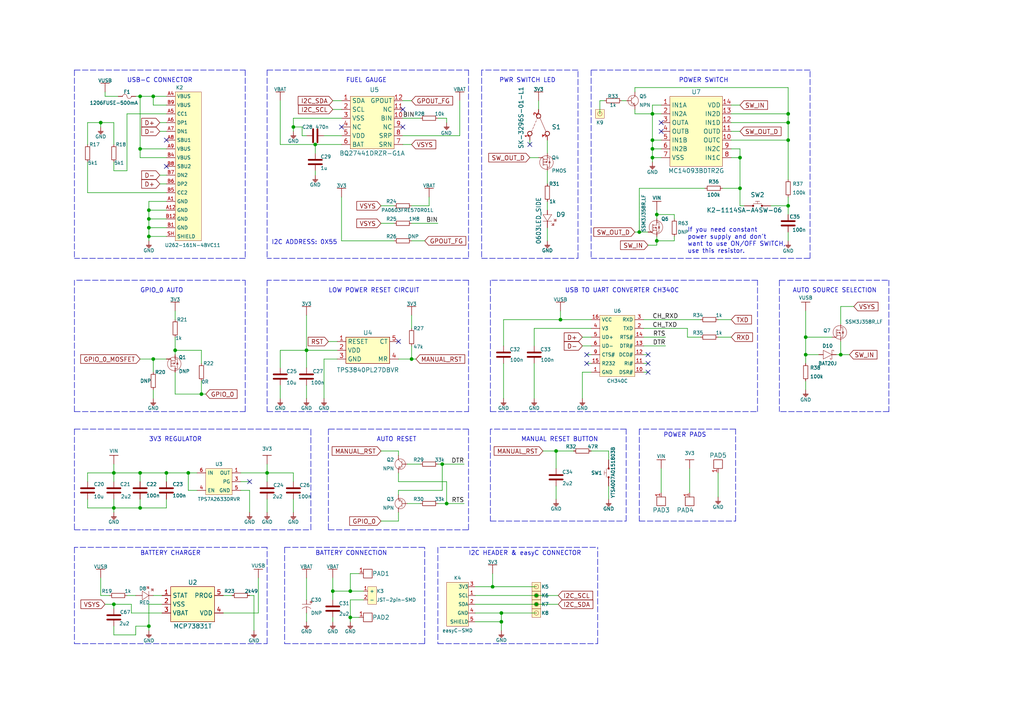
<source format=kicad_sch>
(kicad_sch (version 20211123) (generator eeschema)
  (paper "A4")
  (title_block (title "Soldered Inkplate 4 TEMPERA with glass panel") (date "2023-11-13") (rev "V1.2.0.") (company "SOLDERED") (comment 1 "333308"))
  (junction (at 233.68 102.87))
  (junction (at 48.26 137.16))
  (junction (at 145.415 180.34))
  (junction (at 190.5 62.23))
  (junction (at 129.54 146.05))
  (junction (at 185.42 67.31))
  (junction (at 33.02 147.32))
  (junction (at 189.23 43.18))
  (junction (at 119.38 104.14))
  (junction (at 214.63 45.72))
  (junction (at 43.18 68.58))
  (junction (at 40.64 147.32))
  (junction (at 40.64 137.16))
  (junction (at 214.63 54.61))
  (junction (at 77.47 137.16))
  (junction (at 43.18 60.96))
  (junction (at 33.02 137.16))
  (junction (at 43.18 63.5))
  (junction (at 85.09 36.83))
  (junction (at 228.6 35.56))
  (junction (at 142.875 170.18))
  (junction (at 189.23 45.72))
  (junction (at 128.27 134.62))
  (junction (at 228.6 40.64))
  (junction (at 161.29 130.81))
  (junction (at 228.6 33.02))
  (junction (at 44.45 104.14))
  (junction (at 101.6 171.45))
  (junction (at 43.18 181.61))
  (junction (at 155.575 172.72))
  (junction (at 44.45 27.94) (diameter 0.9144))
  (junction (at 29.21 35.56))
  (junction (at 91.44 41.91))
  (junction (at 189.23 33.02))
  (junction (at 162.56 92.71))
  (junction (at 155.575 175.26))
  (junction (at 189.23 40.64))
  (junction (at 43.18 66.04))
  (junction (at 228.6 59.69))
  (junction (at 88.9 101.6))
  (junction (at 190.5 69.85))
  (junction (at 96.52 171.45))
  (junction (at 33.02 175.26))
  (junction (at 243.84 102.87))
  (junction (at 101.6 179.07))
  (junction (at 58.42 114.3))
  (junction (at 40.64 43.18) (diameter 0.9144))
  (junction (at 54.61 137.16))
  (junction (at 233.68 97.79))
  (junction (at 40.64 27.94) (diameter 0.9144))
  (junction (at 50.8 101.6))
  (junction (at 145.415 177.8))
  (no_connect (at 99.06 36.83))
  (no_connect (at 187.96 107.95))
  (no_connect (at 153.67 41.91))
  (no_connect (at 187.96 102.87))
  (no_connect (at 170.18 102.87))
  (no_connect (at 48.26 48.26))
  (no_connect (at 170.18 105.41))
  (no_connect (at 187.96 105.41))
  (no_connect (at 48.26 40.64))
  (no_connect (at 116.84 36.83))
  (no_connect (at 116.84 31.75))
  (no_connect (at 72.39 139.7))
  (no_connect (at 191.77 35.56))
  (no_connect (at 191.77 38.1))
  (no_connect (at 115.57 99.06))
  (wire (pts (xy 91.44 50.8) (xy 91.44 49.53)))
  (wire (pts (xy 101.6 166.37) (xy 101.6 171.45)))
  (polyline (pts (xy 234.95 74.93) (xy 234.95 20.32)))
  (wire (pts (xy 186.69 92.71) (xy 203.2 92.71)))
  (wire (pts (xy 57.15 142.24) (xy 54.61 142.24)))
  (wire (pts (xy 127 146.05) (xy 129.54 146.05)))
  (wire (pts (xy 87.63 36.83) (xy 85.09 36.83)))
  (wire (pts (xy 34.29 27.94) (xy 30.48 27.94)))
  (wire (pts (xy 170.18 102.87) (xy 171.45 102.87)))
  (wire (pts (xy 88.9 101.6) (xy 88.9 106.68)))
  (wire (pts (xy 93.98 39.37) (xy 99.06 39.37)))
  (polyline (pts (xy 21.59 119.38) (xy 71.12 119.38)))
  (wire (pts (xy 25.4 144.78) (xy 25.4 147.32)))
  (wire (pts (xy 57.15 137.16) (xy 54.61 137.16)))
  (wire (pts (xy 73.66 172.72) (xy 73.66 182.88)))
  (wire (pts (xy 101.6 180.34) (xy 101.6 179.07)))
  (polyline (pts (xy 71.12 119.38) (xy 71.12 81.28)))
  (wire (pts (xy 190.5 60.96) (xy 190.5 62.23)))
  (wire (pts (xy 161.29 140.97) (xy 161.29 144.78)))
  (wire (pts (xy 243.84 102.87) (xy 246.38 102.87)))
  (wire (pts (xy 195.58 69.85) (xy 190.5 69.85)))
  (wire (pts (xy 40.64 43.18) (xy 48.26 43.18)))
  (wire (pts (xy 87.63 39.37) (xy 87.63 36.83)))
  (wire (pts (xy 97.79 101.6) (xy 88.9 101.6)))
  (wire (pts (xy 119.38 69.85) (xy 123.19 69.85)))
  (polyline (pts (xy 171.45 74.93) (xy 234.95 74.93)))
  (wire (pts (xy 119.38 91.44) (xy 119.38 95.25)))
  (wire (pts (xy 72.39 172.72) (xy 73.66 172.72)))
  (wire (pts (xy 40.64 27.94) (xy 44.45 27.94)))
  (polyline (pts (xy 173.355 186.69) (xy 173.355 158.75)))
  (polyline (pts (xy 167.64 74.93) (xy 167.64 20.32)))
  (wire (pts (xy 142.875 170.18) (xy 155.575 170.18)))
  (wire (pts (xy 153.67 40.64) (xy 153.67 41.91)))
  (wire (pts (xy 168.91 107.95) (xy 171.45 107.95)))
  (wire (pts (xy 134.62 134.62) (xy 128.27 134.62)))
  (wire (pts (xy 185.42 54.61) (xy 204.47 54.61)))
  (wire (pts (xy 228.6 59.69) (xy 228.6 62.23)))
  (wire (pts (xy 81.28 41.91) (xy 91.44 41.91)))
  (wire (pts (xy 33.02 134.62) (xy 33.02 137.16)))
  (polyline (pts (xy 95.25 124.46) (xy 95.25 153.67)))
  (wire (pts (xy 40.64 144.78) (xy 40.64 147.32)))
  (polyline (pts (xy 213.36 151.13) (xy 213.36 124.46)))
  (wire (pts (xy 134.62 146.05) (xy 129.54 146.05)))
  (wire (pts (xy 118.11 146.05) (xy 121.92 146.05)))
  (wire (pts (xy 242.57 102.87) (xy 243.84 102.87)))
  (wire (pts (xy 99.06 69.85) (xy 114.3 69.85)))
  (wire (pts (xy 46.99 177.8) (xy 38.1 177.8)))
  (wire (pts (xy 33.02 175.26) (xy 30.48 175.26)))
  (wire (pts (xy 233.68 97.79) (xy 241.3 97.79)))
  (wire (pts (xy 110.49 64.77) (xy 114.3 64.77)))
  (wire (pts (xy 189.23 40.64) (xy 189.23 43.18)))
  (wire (pts (xy 137.795 170.18) (xy 142.875 170.18)))
  (polyline (pts (xy 82.55 186.69) (xy 123.19 186.69)))
  (wire (pts (xy 29.21 172.72) (xy 31.75 172.72)))
  (wire (pts (xy 233.68 110.49) (xy 233.68 113.03)))
  (wire (pts (xy 85.09 144.78) (xy 85.09 148.59)))
  (wire (pts (xy 25.4 55.88) (xy 48.26 55.88)))
  (polyline (pts (xy 82.55 158.75) (xy 123.19 158.75)))
  (wire (pts (xy 69.85 139.7) (xy 72.39 139.7)))
  (wire (pts (xy 44.45 27.94) (xy 48.26 27.94)))
  (wire (pts (xy 162.56 90.17) (xy 162.56 92.71)))
  (wire (pts (xy 228.6 67.31) (xy 228.6 69.85)))
  (wire (pts (xy 81.28 101.6) (xy 88.9 101.6)))
  (wire (pts (xy 195.58 63.5) (xy 195.58 62.23)))
  (wire (pts (xy 158.75 66.04) (xy 158.75 69.85)))
  (wire (pts (xy 104.14 166.37) (xy 101.6 166.37)))
  (polyline (pts (xy 135.89 74.93) (xy 77.47 74.93)))
  (wire (pts (xy 48.26 45.72) (xy 40.64 45.72)))
  (wire (pts (xy 129.54 139.7) (xy 129.54 146.05)))
  (wire (pts (xy 119.38 59.69) (xy 124.46 59.69)))
  (polyline (pts (xy 22.225 81.28) (xy 71.12 81.28)))
  (polyline (pts (xy 21.59 153.67) (xy 90.17 153.67)))
  (wire (pts (xy 154.94 105.41) (xy 154.94 115.57)))
  (wire (pts (xy 64.77 172.72) (xy 67.31 172.72)))
  (wire (pts (xy 91.44 41.91) (xy 99.06 41.91)))
  (wire (pts (xy 162.56 92.71) (xy 171.45 92.71)))
  (wire (pts (xy 215.9 59.69) (xy 214.63 59.69)))
  (wire (pts (xy 156.21 29.21) (xy 156.21 31.75)))
  (wire (pts (xy 115.57 143.51) (xy 115.57 142.24)))
  (wire (pts (xy 88.9 177.8) (xy 88.9 180.34)))
  (wire (pts (xy 88.9 167.64) (xy 88.9 173.99)))
  (wire (pts (xy 195.58 62.23) (xy 190.5 62.23)))
  (wire (pts (xy 25.4 137.16) (xy 33.02 137.16)))
  (wire (pts (xy 168.91 100.33) (xy 171.45 100.33)))
  (wire (pts (xy 214.63 45.72) (xy 212.09 45.72)))
  (wire (pts (xy 40.64 104.14) (xy 44.45 104.14)))
  (wire (pts (xy 33.02 144.78) (xy 33.02 147.32)))
  (wire (pts (xy 58.42 105.41) (xy 58.42 101.6)))
  (wire (pts (xy 208.28 97.79) (xy 212.09 97.79)))
  (wire (pts (xy 189.23 30.48) (xy 189.23 33.02)))
  (wire (pts (xy 50.8 107.95) (xy 50.8 114.3)))
  (wire (pts (xy 39.37 172.72) (xy 36.83 172.72)))
  (polyline (pts (xy 77.47 20.32) (xy 135.89 20.32)))
  (wire (pts (xy 29.21 35.56) (xy 29.21 36.83)))
  (wire (pts (xy 96.52 171.45) (xy 96.52 173.99)))
  (wire (pts (xy 50.8 90.17) (xy 50.8 92.71)))
  (polyline (pts (xy 185.42 124.46) (xy 185.42 151.13)))
  (wire (pts (xy 25.4 35.56) (xy 29.21 35.56)))
  (wire (pts (xy 96.52 179.07) (xy 96.52 180.34)))
  (wire (pts (xy 69.85 137.16) (xy 77.47 137.16)))
  (wire (pts (xy 40.64 43.18) (xy 40.64 27.94)))
  (polyline (pts (xy 82.55 158.75) (xy 82.55 186.69)))
  (wire (pts (xy 99.06 57.15) (xy 99.06 69.85)))
  (wire (pts (xy 214.63 43.18) (xy 214.63 45.72)))
  (wire (pts (xy 233.68 102.87) (xy 233.68 97.79)))
  (wire (pts (xy 48.26 33.02) (xy 36.83 33.02)))
  (wire (pts (xy 40.64 137.16) (xy 40.64 139.7)))
  (wire (pts (xy 77.47 144.78) (xy 77.47 148.59)))
  (wire (pts (xy 101.6 179.07) (xy 101.6 173.99)))
  (polyline (pts (xy 139.7 20.32) (xy 139.7 74.93)))
  (wire (pts (xy 184.15 26.67) (xy 184.15 25.4)))
  (wire (pts (xy 33.02 137.16) (xy 33.02 139.7)))
  (wire (pts (xy 64.77 177.8) (xy 74.93 177.8)))
  (polyline (pts (xy 21.59 186.69) (xy 77.47 186.69)))
  (wire (pts (xy 184.15 67.31) (xy 185.42 67.31)))
  (wire (pts (xy 88.9 111.76) (xy 88.9 115.57)))
  (wire (pts (xy 191.77 43.18) (xy 189.23 43.18)))
  (polyline (pts (xy 77.47 186.69) (xy 77.47 158.75)))
  (wire (pts (xy 115.57 130.81) (xy 115.57 132.08)))
  (wire (pts (xy 44.45 104.14) (xy 44.45 107.95)))
  (wire (pts (xy 146.05 100.33) (xy 146.05 92.71)))
  (wire (pts (xy 96.52 29.21) (xy 99.06 29.21)))
  (wire (pts (xy 208.28 92.71) (xy 212.09 92.71)))
  (wire (pts (xy 158.75 58.42) (xy 158.75 60.96)))
  (wire (pts (xy 33.02 176.53) (xy 33.02 175.26)))
  (wire (pts (xy 200.025 135.89) (xy 200.025 142.875)))
  (wire (pts (xy 101.6 171.45) (xy 105.41 171.45)))
  (wire (pts (xy 190.5 62.23) (xy 190.5 63.5)))
  (wire (pts (xy 39.37 27.94) (xy 40.64 27.94)))
  (wire (pts (xy 175.26 29.21) (xy 173.99 29.21)))
  (wire (pts (xy 48.26 137.16) (xy 48.26 139.7)))
  (wire (pts (xy 186.69 100.33) (xy 193.04 100.33)))
  (wire (pts (xy 137.795 175.26) (xy 155.575 175.26)))
  (wire (pts (xy 153.67 45.72) (xy 156.21 45.72)))
  (wire (pts (xy 85.09 139.7) (xy 85.09 137.16)))
  (wire (pts (xy 137.795 180.34) (xy 145.415 180.34)))
  (wire (pts (xy 48.26 30.48) (xy 44.45 30.48)))
  (wire (pts (xy 212.09 35.56) (xy 228.6 35.56)))
  (polyline (pts (xy 77.47 158.75) (xy 21.59 158.75)))
  (wire (pts (xy 85.09 36.83) (xy 85.09 34.29)))
  (wire (pts (xy 93.98 104.14) (xy 93.98 115.57)))
  (wire (pts (xy 25.4 46.99) (xy 25.4 55.88)))
  (wire (pts (xy 199.39 95.25) (xy 186.69 95.25)))
  (polyline (pts (xy 21.59 20.32) (xy 21.59 74.93)) (stroke (width 0) (type dash)))
  (wire (pts (xy 233.68 102.87) (xy 233.68 105.41)))
  (wire (pts (xy 46.355 38.1) (xy 48.26 38.1)))
  (wire (pts (xy 168.91 97.79) (xy 171.45 97.79)))
  (wire (pts (xy 119.38 100.33) (xy 119.38 104.14)))
  (polyline (pts (xy 21.59 124.46) (xy 21.59 153.67)))
  (wire (pts (xy 154.94 95.25) (xy 171.45 95.25)))
  (wire (pts (xy 48.26 137.16) (xy 40.64 137.16)))
  (wire (pts (xy 121.92 34.29) (xy 116.84 34.29)))
  (wire (pts (xy 189.23 33.02) (xy 189.23 40.64)))
  (wire (pts (xy 46.99 175.26) (xy 43.18 175.26)))
  (wire (pts (xy 237.49 102.87) (xy 233.68 102.87)))
  (wire (pts (xy 72.39 142.24) (xy 72.39 148.59)))
  (wire (pts (xy 54.61 137.16) (xy 48.26 137.16)))
  (polyline (pts (xy 127 158.75) (xy 127 186.69)))
  (wire (pts (xy 146.05 105.41) (xy 146.05 115.57)))
  (wire (pts (xy 118.11 134.62) (xy 121.92 134.62)))
  (wire (pts (xy 191.77 40.64) (xy 189.23 40.64)))
  (wire (pts (xy 43.18 63.5) (xy 48.26 63.5)))
  (wire (pts (xy 33.02 181.61) (xy 33.02 184.15)))
  (wire (pts (xy 43.18 68.58) (xy 43.18 69.85)))
  (polyline (pts (xy 21.59 158.75) (xy 21.59 186.69)))
  (polyline (pts (xy 142.24 119.38) (xy 219.71 119.38)))
  (polyline (pts (xy 77.47 119.38) (xy 135.89 119.38)))
  (wire (pts (xy 184.15 33.02) (xy 189.23 33.02)))
  (wire (pts (xy 186.69 102.87) (xy 187.96 102.87)))
  (wire (pts (xy 44.45 113.03) (xy 44.45 115.57)))
  (polyline (pts (xy 77.47 81.28) (xy 77.47 119.38)))
  (wire (pts (xy 137.795 177.8) (xy 145.415 177.8)))
  (wire (pts (xy 33.02 175.26) (xy 38.1 175.26)))
  (wire (pts (xy 191.77 135.89) (xy 191.77 142.875)))
  (wire (pts (xy 115.57 151.13) (xy 115.57 148.59)))
  (polyline (pts (xy 71.12 74.93) (xy 21.59 74.93)) (stroke (width 0) (type dash)))
  (wire (pts (xy 212.09 33.02) (xy 228.6 33.02)))
  (wire (pts (xy 185.42 67.31) (xy 187.96 67.31)))
  (wire (pts (xy 43.18 68.58) (xy 48.26 68.58)))
  (wire (pts (xy 58.42 110.49) (xy 58.42 114.3)))
  (wire (pts (xy 36.83 33.02) (xy 36.83 49.53)))
  (wire (pts (xy 43.18 63.5) (xy 43.18 66.04)))
  (wire (pts (xy 155.575 175.26) (xy 161.925 175.26)))
  (wire (pts (xy 88.9 101.6) (xy 88.9 91.44)))
  (polyline (pts (xy 185.42 151.13) (xy 213.36 151.13)))
  (wire (pts (xy 85.09 137.16) (xy 77.47 137.16)))
  (wire (pts (xy 124.46 57.15) (xy 124.46 59.69)))
  (wire (pts (xy 127 34.29) (xy 129.54 34.29)))
  (wire (pts (xy 186.69 105.41) (xy 187.96 105.41)))
  (wire (pts (xy 129.54 34.29) (xy 129.54 35.56)))
  (wire (pts (xy 50.8 97.79) (xy 50.8 101.6)))
  (polyline (pts (xy 135.89 153.67) (xy 135.89 124.46)))
  (polyline (pts (xy 142.24 81.28) (xy 142.24 119.38)))
  (wire (pts (xy 29.21 167.64) (xy 29.21 172.72)))
  (wire (pts (xy 212.09 40.64) (xy 228.6 40.64)))
  (wire (pts (xy 161.29 135.89) (xy 161.29 130.81)))
  (polyline (pts (xy 95.25 153.67) (xy 135.89 153.67)))
  (wire (pts (xy 115.57 139.7) (xy 129.54 139.7)))
  (wire (pts (xy 128.27 142.24) (xy 128.27 134.62)))
  (polyline (pts (xy 127 186.69) (xy 173.355 186.69)))
  (polyline (pts (xy 234.95 20.32) (xy 171.45 20.32)))
  (polyline (pts (xy 142.24 151.13) (xy 181.61 151.13)))
  (wire (pts (xy 187.96 71.12) (xy 190.5 71.12)))
  (wire (pts (xy 46.355 53.34) (xy 48.26 53.34)))
  (wire (pts (xy 214.63 59.69) (xy 214.63 54.61)))
  (wire (pts (xy 146.05 92.71) (xy 162.56 92.71)))
  (wire (pts (xy 137.795 172.72) (xy 155.575 172.72)))
  (wire (pts (xy 228.6 25.4) (xy 228.6 33.02)))
  (wire (pts (xy 85.09 34.29) (xy 99.06 34.29)))
  (wire (pts (xy 58.42 114.3) (xy 50.8 114.3)))
  (wire (pts (xy 44.45 104.14) (xy 48.26 104.14)))
  (wire (pts (xy 91.44 44.45) (xy 91.44 41.91)))
  (wire (pts (xy 186.69 97.79) (xy 193.04 97.79)))
  (wire (pts (xy 195.58 68.58) (xy 195.58 69.85)))
  (polyline (pts (xy 90.17 153.67) (xy 90.17 124.46)))
  (wire (pts (xy 243.84 102.87) (xy 243.84 99.06)))
  (polyline (pts (xy 219.71 81.28) (xy 142.24 81.28)))
  (wire (pts (xy 157.48 130.81) (xy 161.29 130.81)))
  (wire (pts (xy 58.42 101.6) (xy 50.8 101.6)))
  (wire (pts (xy 190.5 68.58) (xy 190.5 69.85)))
  (wire (pts (xy 116.84 39.37) (xy 133.35 39.37)))
  (wire (pts (xy 115.57 142.24) (xy 128.27 142.24)))
  (wire (pts (xy 127 134.62) (xy 128.27 134.62)))
  (wire (pts (xy 69.85 142.24) (xy 72.39 142.24)))
  (wire (pts (xy 33.02 41.91) (xy 33.02 35.56)))
  (wire (pts (xy 228.6 35.56) (xy 228.6 40.64)))
  (wire (pts (xy 243.84 88.9) (xy 243.84 93.98)))
  (wire (pts (xy 33.02 147.32) (xy 33.02 148.59)))
  (wire (pts (xy 30.48 27.94) (xy 30.48 26.67)))
  (polyline (pts (xy 135.89 81.28) (xy 77.47 81.28)))
  (polyline (pts (xy 77.47 20.32) (xy 77.47 74.93)))
  (wire (pts (xy 46.355 35.56) (xy 48.26 35.56)))
  (wire (pts (xy 40.64 147.32) (xy 33.02 147.32)))
  (wire (pts (xy 158.75 49.53) (xy 158.75 53.34)))
  (wire (pts (xy 77.47 137.16) (xy 77.47 139.7)))
  (wire (pts (xy 228.6 57.15) (xy 228.6 59.69)))
  (wire (pts (xy 186.69 107.95) (xy 187.96 107.95)))
  (polyline (pts (xy 127.635 158.75) (xy 173.355 158.75)))
  (wire (pts (xy 38.1 177.8) (xy 38.1 175.26)))
  (wire (pts (xy 43.18 66.04) (xy 48.26 66.04)))
  (wire (pts (xy 25.4 147.32) (xy 33.02 147.32)))
  (wire (pts (xy 170.18 105.41) (xy 171.45 105.41)))
  (wire (pts (xy 168.91 115.57) (xy 168.91 107.95)))
  (wire (pts (xy 176.53 130.81) (xy 176.53 133.35)))
  (polyline (pts (xy 135.89 124.46) (xy 95.25 124.46)))
  (wire (pts (xy 43.18 175.26) (xy 43.18 181.61)))
  (wire (pts (xy 33.02 49.53) (xy 33.02 46.99)))
  (wire (pts (xy 190.5 69.85) (xy 190.5 71.12)))
  (wire (pts (xy 203.2 97.79) (xy 199.39 97.79)))
  (wire (pts (xy 155.575 172.72) (xy 161.925 172.72)))
  (wire (pts (xy 161.29 130.81) (xy 166.37 130.81)))
  (wire (pts (xy 158.75 40.64) (xy 158.75 44.45)))
  (wire (pts (xy 115.57 104.14) (xy 119.38 104.14)))
  (wire (pts (xy 40.64 43.18) (xy 40.64 45.72)))
  (polyline (pts (xy 213.36 124.46) (xy 185.42 124.46)))
  (wire (pts (xy 247.65 88.9) (xy 243.84 88.9)))
  (wire (pts (xy 171.45 130.81) (xy 176.53 130.81)))
  (wire (pts (xy 43.18 66.04) (xy 43.18 68.58)))
  (polyline (pts (xy 226.06 81.28) (xy 226.06 119.38)))
  (polyline (pts (xy 226.06 81.28) (xy 257.81 81.28)))
  (wire (pts (xy 115.57 137.16) (xy 115.57 139.7)))
  (polyline (pts (xy 142.24 124.46) (xy 142.24 151.13)))
  (wire (pts (xy 119.38 29.21) (xy 116.84 29.21)))
  (wire (pts (xy 25.4 139.7) (xy 25.4 137.16)))
  (wire (pts (xy 191.77 33.02) (xy 189.23 33.02)))
  (wire (pts (xy 173.99 29.21) (xy 173.99 33.02)))
  (wire (pts (xy 74.93 167.64) (xy 74.93 177.8)))
  (wire (pts (xy 119.38 104.14) (xy 120.65 104.14)))
  (wire (pts (xy 44.45 30.48) (xy 44.45 27.94)))
  (wire (pts (xy 43.18 60.96) (xy 43.18 63.5)))
  (wire (pts (xy 212.09 43.18) (xy 214.63 43.18)))
  (wire (pts (xy 33.02 35.56) (xy 29.21 35.56)))
  (wire (pts (xy 88.9 39.37) (xy 87.63 39.37)))
  (wire (pts (xy 40.64 137.16) (xy 33.02 137.16)))
  (polyline (pts (xy 21.59 119.38) (xy 21.59 81.28)))
  (polyline (pts (xy 71.12 20.32) (xy 71.12 74.93)) (stroke (width 0) (type dash)))
  (wire (pts (xy 208.28 137.16) (xy 208.28 144.145)))
  (polyline (pts (xy 135.89 20.32) (xy 135.89 74.93)))
  (wire (pts (xy 43.18 60.96) (xy 48.26 60.96)))
  (polyline (pts (xy 219.71 119.38) (xy 219.71 81.28)))
  (wire (pts (xy 185.42 54.61) (xy 185.42 67.31)))
  (polyline (pts (xy 181.61 151.13) (xy 181.61 124.46)))
  (wire (pts (xy 101.6 179.07) (xy 104.14 179.07)))
  (wire (pts (xy 81.28 29.21) (xy 81.28 41.91)))
  (wire (pts (xy 81.28 111.76) (xy 81.28 115.57)))
  (polyline (pts (xy 123.19 186.69) (xy 123.19 158.75)))
  (wire (pts (xy 48.26 58.42) (xy 43.18 58.42)))
  (wire (pts (xy 145.415 177.8) (xy 145.415 180.34)))
  (wire (pts (xy 93.98 104.14) (xy 97.79 104.14)))
  (polyline (pts (xy 257.81 81.28) (xy 257.81 119.38)))
  (wire (pts (xy 39.37 181.61) (xy 43.18 181.61)))
  (wire (pts (xy 50.8 101.6) (xy 50.8 102.87)))
  (wire (pts (xy 119.38 64.77) (xy 127 64.77)))
  (wire (pts (xy 96.52 167.64) (xy 96.52 171.45)))
  (wire (pts (xy 214.63 54.61) (xy 214.63 45.72)))
  (wire (pts (xy 119.38 41.91) (xy 116.84 41.91)))
  (wire (pts (xy 176.53 140.97) (xy 176.53 144.78)))
  (wire (pts (xy 212.09 30.48) (xy 214.63 30.48)))
  (wire (pts (xy 142.875 170.18) (xy 142.875 166.37)))
  (polyline (pts (xy 21.59 20.32) (xy 71.12 20.32)) (stroke (width 0) (type dash)))
  (wire (pts (xy 95.25 99.06) (xy 97.79 99.06)))
  (wire (pts (xy 46.355 50.8) (xy 48.26 50.8)))
  (wire (pts (xy 110.49 130.81) (xy 115.57 130.81)))
  (wire (pts (xy 43.18 181.61) (xy 43.18 182.88)))
  (wire (pts (xy 228.6 40.64) (xy 228.6 52.07)))
  (wire (pts (xy 191.77 45.72) (xy 189.23 45.72)))
  (wire (pts (xy 189.23 43.18) (xy 189.23 45.72)))
  (wire (pts (xy 48.26 144.78) (xy 48.26 147.32)))
  (wire (pts (xy 223.52 59.69) (xy 228.6 59.69)))
  (wire (pts (xy 85.09 38.1) (xy 85.09 36.83)))
  (wire (pts (xy 39.37 184.15) (xy 39.37 181.61)))
  (wire (pts (xy 145.415 180.34) (xy 145.415 182.88)))
  (polyline (pts (xy 171.45 20.32) (xy 171.45 74.93)))
  (wire (pts (xy 96.52 171.45) (xy 101.6 171.45)))
  (wire (pts (xy 180.34 29.21) (xy 181.61 29.21)))
  (wire (pts (xy 59.69 114.3) (xy 58.42 114.3)))
  (wire (pts (xy 199.39 97.79) (xy 199.39 95.25)))
  (wire (pts (xy 96.52 31.75) (xy 99.06 31.75)))
  (wire (pts (xy 43.18 58.42) (xy 43.18 60.96)))
  (wire (pts (xy 48.26 147.32) (xy 40.64 147.32)))
  (wire (pts (xy 154.94 100.33) (xy 154.94 95.25)))
  (wire (pts (xy 228.6 33.02) (xy 228.6 35.56)))
  (polyline (pts (xy 139.7 74.93) (xy 167.64 74.93)))
  (wire (pts (xy 145.415 177.8) (xy 155.575 177.8)))
  (wire (pts (xy 184.15 25.4) (xy 228.6 25.4)))
  (wire (pts (xy 189.23 45.72) (xy 189.23 46.99)))
  (wire (pts (xy 81.28 106.68) (xy 81.28 101.6)))
  (wire (pts (xy 233.68 90.17) (xy 233.68 97.79)))
  (wire (pts (xy 25.4 41.91) (xy 25.4 35.56)))
  (polyline (pts (xy 167.64 20.32) (xy 139.7 20.32)))
  (wire (pts (xy 212.09 38.1) (xy 214.63 38.1)))
  (wire (pts (xy 110.49 151.13) (xy 115.57 151.13)))
  (wire (pts (xy 54.61 142.24) (xy 54.61 137.16)))
  (wire (pts (xy 184.15 33.02) (xy 184.15 31.75)))
  (polyline (pts (xy 181.61 124.46) (xy 142.24 124.46)))
  (polyline (pts (xy 135.89 119.38) (xy 135.89 81.28)))
  (wire (pts (xy 44.45 172.72) (xy 46.99 172.72)))
  (wire (pts (xy 33.02 184.15) (xy 39.37 184.15)))
  (wire (pts (xy 209.55 54.61) (xy 214.63 54.61)))
  (wire (pts (xy 36.83 49.53) (xy 33.02 49.53)))
  (wire (pts (xy 77.47 134.62) (xy 77.47 137.16)))
  (wire (pts (xy 191.77 30.48) (xy 189.23 30.48)))
  (wire (pts (xy 110.49 59.69) (xy 114.3 59.69)))
  (wire (pts (xy 101.6 173.99) (xy 105.41 173.99)))
  (polyline (pts (xy 257.81 119.38) (xy 226.06 119.38)))
  (polyline (pts (xy 21.59 124.46) (xy 90.17 124.46)))
  (wire (pts (xy 133.35 39.37) (xy 133.35 29.21)))
  (text "USB-C CONNECTOR\n" (at 55.88 24.13 180) (effects (font (size 1.27 1.27)) (justify right bottom)))
  (text "AUTO SOURCE SELECTION" (at 229.87 85.09 0) (effects (font (size 1.27 1.27)) (justify left bottom)))
  (text "FUEL GAUGE" (at 100.33 24.13 0) (effects (font (size 1.27 1.27)) (justify left bottom)))
  (text "MANUAL RESET BUTTON" (at 151.13 128.27 0) (effects (font (size 1.27 1.27)) (justify left bottom)))
  (text "GPIO_0 AUTO" (at 40.64 85.09 0) (effects (font (size 1.27 1.27)) (justify left bottom)))
  (text "3V3 REGULATOR" (at 43.18 128.27 0) (effects (font (size 1.27 1.27)) (justify left bottom)))
  (text "PWR SWITCH LED\n" (at 144.78 24.13 0) (effects (font (size 1.27 1.27)) (justify left bottom)))
  (text "USB TO UART CONVERTER CH340C" (at 163.83 85.09 0) (effects (font (size 1.27 1.27)) (justify left bottom)))
  (text "BATTERY CONNECTION" (at 91.44 161.29 0) (effects (font (size 1.27 1.27)) (justify left bottom)))
  (text "POWER SWITCH" (at 196.85 24.13 0) (effects (font (size 1.27 1.27)) (justify left bottom)))
  (text "If you need constant\npower supply and don't\nwant to use ON/OFF SWITCH,\nuse this resistor." (at 199.39 73.66 0) (effects (font (size 1.27 1.27)) (justify left bottom)))
  (text "I2C HEADER & easyC CONNECTOR" (at 135.89 161.29 0) (effects (font (size 1.27 1.27)) (justify left bottom)))
  (text "LOW POWER RESET CIRCUIT " (at 95.25 85.09 0) (effects (font (size 1.27 1.27)) (justify left bottom)))
  (text "AUTO RESET" (at 109.22 128.27 0) (effects (font (size 1.27 1.27)) (justify left bottom)))
  (text "POWER PADS\n" (at 192.405 127 0) (effects (font (size 1.27 1.27)) (justify left bottom)))
  (text "I2C ADDRESS: 0X55" (at 78.74 71.12 0) (effects (font (size 1.27 1.27)) (justify left bottom)))
  (text "BATTERY CHARGER" (at 40.64 161.29 0) (effects (font (size 1.27 1.27)) (justify left bottom)))
  (label "DTR" (at 193.04 100.33 180))
  (label "CH_RXD" (at 189.23 92.71 0))
  (label "RTS" (at 193.04 97.79 180))
  (label "BIN" (at 116.84 34.29 0))
  (label "DTR" (at 134.62 134.62 180))
  (label "BIN" (at 127 64.77 180))
  (label "CH_TXD" (at 189.23 95.25 0))
  (label "RTS" (at 134.62 146.05 180))
  (global_label "I2C_SDA" (shape input) (at 161.925 175.26 0) (property "Intersheet References" "${INTERSHEET_REFS}" (effects hide)))
  (global_label "MANUAL_RST" (shape input) (at 110.49 130.81 180) (property "Intersheet References" "${INTERSHEET_REFS}" (effects hide)))
  (global_label "SW_OUT_D" (shape input) (at 184.15 67.31 180) (property "Intersheet References" "${INTERSHEET_REFS}" (effects hide)))
  (global_label "SW_IN" (shape input) (at 214.63 30.48 0) (property "Intersheet References" "${INTERSHEET_REFS}" (effects hide)))
  (global_label "MANUAL_RST" (shape input) (at 157.48 130.81 180) (property "Intersheet References" "${INTERSHEET_REFS}" (effects hide)))
  (global_label "SW_IN" (shape input) (at 187.96 71.12 180) (property "Intersheet References" "${INTERSHEET_REFS}" (effects hide)))
  (global_label "GPIO_0" (shape input) (at 110.49 151.13 180) (property "Intersheet References" "${INTERSHEET_REFS}" (effects hide)))
  (global_label "I2C_SDA" (shape input) (at 96.52 29.21 180) (property "Intersheet References" "${INTERSHEET_REFS}" (effects hide)))
  (global_label "VSYS" (shape input) (at 119.38 41.91 0) (property "Intersheet References" "${INTERSHEET_REFS}" (effects hide)))
  (global_label "D-" (shape input) (at 168.91 100.33 180) (property "Intersheet References" "${INTERSHEET_REFS}" (effects hide)))
  (global_label "D-" (shape input) (at 46.355 50.8 180) (property "Intersheet References" "${INTERSHEET_REFS}" (effects hide)))
  (global_label "D+" (shape input) (at 46.355 53.34 180) (property "Intersheet References" "${INTERSHEET_REFS}" (effects hide)))
  (global_label "D+" (shape input) (at 46.355 35.56 180) (property "Intersheet References" "${INTERSHEET_REFS}" (effects hide)))
  (global_label "RXD" (shape input) (at 212.09 97.79 0) (property "Intersheet References" "${INTERSHEET_REFS}" (effects hide)))
  (global_label "MANUAL_RST" (shape input) (at 120.65 104.14 0) (property "Intersheet References" "${INTERSHEET_REFS}" (effects hide)))
  (global_label "VSYS" (shape input) (at 30.48 175.26 180) (property "Intersheet References" "${INTERSHEET_REFS}" (effects hide)))
  (global_label "D-" (shape input) (at 46.355 38.1 180) (property "Intersheet References" "${INTERSHEET_REFS}" (effects hide)))
  (global_label "RST" (shape input) (at 95.25 99.06 180) (property "Intersheet References" "${INTERSHEET_REFS}" (effects hide)))
  (global_label "I2C_SCL" (shape input) (at 96.52 31.75 180) (property "Intersheet References" "${INTERSHEET_REFS}" (effects hide)))
  (global_label "SW_OUT_D" (shape input) (at 153.67 45.72 180) (property "Intersheet References" "${INTERSHEET_REFS}" (effects hide)))
  (global_label "D+" (shape input) (at 168.91 97.79 180) (property "Intersheet References" "${INTERSHEET_REFS}" (effects hide)))
  (global_label "I2C_SCL" (shape input) (at 161.925 172.72 0) (property "Intersheet References" "${INTERSHEET_REFS}" (effects hide)))
  (global_label "GPIO_0_MOSFET" (shape input) (at 40.64 104.14 180) (property "Intersheet References" "${INTERSHEET_REFS}" (effects hide)))
  (global_label "GPOUT_FG" (shape input) (at 123.19 69.85 0) (property "Intersheet References" "${INTERSHEET_REFS}" (effects hide)))
  (global_label "SW_IN" (shape input) (at 246.38 102.87 0) (property "Intersheet References" "${INTERSHEET_REFS}" (effects hide)))
  (global_label "GPOUT_FG" (shape input) (at 119.38 29.21 0) (property "Intersheet References" "${INTERSHEET_REFS}" (effects hide)))
  (global_label "TXD" (shape input) (at 212.09 92.71 0) (property "Intersheet References" "${INTERSHEET_REFS}" (effects hide)))
  (global_label "VSYS" (shape input) (at 247.65 88.9 0) (property "Intersheet References" "${INTERSHEET_REFS}" (effects hide)))
  (global_label "SW_OUT_D" (shape input) (at 214.63 38.1 0) (property "Intersheet References" "${INTERSHEET_REFS}" (effects hide)))
  (global_label "VSYS" (shape input) (at 110.49 64.77 180) (property "Intersheet References" "${INTERSHEET_REFS}" (effects hide)))
  (global_label "GPIO_0" (shape input) (at 59.69 114.3 0) (property "Intersheet References" "${INTERSHEET_REFS}" (effects hide)))
  (global_label "VSYS" (shape input) (at 110.49 59.69 180) (property "Intersheet References" "${INTERSHEET_REFS}" (effects hide)))
  (symbol (lib_id "e-radionica.com schematics:GND") (at 228.6 69.85 0) (unit 1)
    (property "Reference" "#PWR0102" (effects hide))
    (property "Value" "GND" (at 228.6 72.771 0) (effects (font (size 1 1))))
  )
  (symbol (lib_id "e-radionica.com schematics:VBAT") (at 124.46 57.15 0) (unit 1)
    (property "Reference" "#PWR087" (effects hide))
    (property "Value" "VBAT" (at 124.46 53.848 0) (effects (font (size 1 1))))
  )
  (symbol (lib_id "e-radionica.com schematics:GND") (at 29.21 36.83 0) (unit 1)
    (property "Reference" "#PWR058" (effects hide))
    (property "Value" "GND" (at 29.21 39.624 0) (effects (font (size 1 1))))
  )
  (symbol (lib_id "e-radionica.com schematics:HEADER_MALE_1X1_Inkplate") (at 155.575 170.18 0) (unit 1)
    (property "Reference" "K5" (at 158.115 170.18 0) (effects (font (size 1 1))))
    (property "Value" "HEADER_MALE_1X1_Inkplate" (effects hide))
    (property "Footprint" "e-radionica.com footprinti:HEADER_MALE_1X1_Inkplate" (effects hide))
  )
  (symbol (lib_id "e-radionica.com schematics:HEADER_MALE_1X1_Inkplate") (at 155.575 172.72 0) (unit 1)
    (property "Reference" "K6" (at 158.115 172.72 0) (effects (font (size 1 1))))
    (property "Value" "HEADER_MALE_1X1_Inkplate" (effects hide))
    (property "Footprint" "e-radionica.com footprinti:HEADER_MALE_1X1_Inkplate" (effects hide))
  )
  (symbol (lib_id "e-radionica.com schematics:0603C") (at 96.52 176.53 90) (unit 1)
    (property "Reference" "C31" (at 99.822 175.006 90) (effects (font (size 1 1))))
    (property "Value" "2u2" (at 99.822 178.054 90) (effects (font (size 1 1))))
    (property "Footprint" "e-radionica.com footprinti:0603C" (effects hide))
  )
  (symbol (lib_id "e-radionica.com schematics:1206FUSE") (at 36.83 27.94 0) (unit 1)
    (property "Reference" "F1" (at 36.83 26.67 0) (effects (font (size 1 1))))
    (property "Value" "1206FUSE-500mA" (at 33.02 29.845 0) (effects (font (size 1 1))))
    (property "Footprint" "e-radionica.com footprinti:1206FUSE" (effects hide))
  )
  (symbol (lib_id "e-radionica.com schematics:0603R") (at 33.02 44.45 90) (unit 1)
    (property "Reference" "R18" (at 35.052 41.91 90) (effects (font (size 1 1))))
    (property "Value" "5k1" (at 34.544 47.244 90) (effects (font (size 1 1))))
    (property "Footprint" "e-radionica.com footprinti:0603R" (effects hide))
  )
  (symbol (lib_id "e-radionica.com schematics:GND") (at 189.23 46.99 0) (unit 1)
    (property "Reference" "#PWR0100" (effects hide))
    (property "Value" "GND" (at 189.23 49.911 0) (effects (font (size 1 1))))
  )
  (symbol (lib_id "e-radionica.com schematics:0603R") (at 119.38 97.79 90) (unit 1)
    (property "Reference" "R27" (at 119.888 95.25 90) (effects (font (size 1 1)) (justify right)))
    (property "Value" "47k" (at 119.888 100.584 90) (effects (font (size 1 1)) (justify right)))
    (property "Footprint" "e-radionica.com footprinti:0603R" (effects hide))
  )
  (symbol (lib_id "e-radionica.com schematics:MC14093BDTR2G") (at 201.93 41.91 0) (unit 1)
    (property "Reference" "U7" (at 201.93 26.67 0))
    (property "Value" "MC14093BDTR2G" (at 201.93 49.53 0))
    (property "Footprint" "e-radionica.com footprinti:TSSOP-14" (effects hide))
  )
  (symbol (lib_id "e-radionica.com schematics:0603R") (at 158.75 55.88 270) (unit 1)
    (property "Reference" "R31" (at 160.782 53.34 90) (effects (font (size 1 1))))
    (property "Value" "1k" (at 160.274 58.42 90) (effects (font (size 1 1))))
    (property "Footprint" "e-radionica.com footprinti:0603R" (effects hide))
  )
  (symbol (lib_id "e-radionica.com schematics:NPN-SOT-23-3") (at 184.15 29.21 0) (unit 1)
    (property "Reference" "Q5" (at 185.42 27.94 0) (effects (font (size 1 1)) (justify left)))
    (property "Value" "NPN" (at 185.42 30.48 0) (effects (font (size 1 1)) (justify left)))
    (property "Footprint" "e-radionica.com footprinti:SOT-23-3" (effects hide))
  )
  (symbol (lib_id "e-radionica.com schematics:GND") (at 154.94 115.57 0) (unit 1)
    (property "Reference" "#PWR093" (effects hide))
    (property "Value" "GND" (at 154.94 118.364 0) (effects (font (size 1 1))))
  )
  (symbol (lib_id "e-radionica.com schematics:NPN-SOT-23-3") (at 115.57 134.62 0) (mirror y) (unit 1)
    (property "Reference" "Q2" (at 114.3 133.35 0) (effects (font (size 1 1)) (justify left)))
    (property "Value" "NPN" (at 114.3 135.89 0) (effects (font (size 1 1)) (justify left)))
    (property "Footprint" "e-radionica.com footprinti:SOT-23-3" (effects hide))
  )
  (symbol (lib_id "e-radionica.com schematics:PAD_4x4") (at 200.025 145.415 270) (unit 1)
    (property "Reference" "PAD4" (at 201.295 147.955 90) (effects (justify right)))
    (property "Value" "PAD_4x4" (effects hide))
    (property "Footprint" "e-radionica.com footprinti:PAD_4x4" (effects hide))
  )
  (symbol (lib_id "e-radionica.com schematics:PAD_4x4") (at 106.68 179.07 0) (unit 1)
    (property "Reference" "PAD2" (at 107.95 179.07 0) (effects (justify left)))
    (property "Value" "PAD_4x4" (effects hide))
    (property "Footprint" "e-radionica.com footprinti:PAD_4x4" (effects hide))
  )
  (symbol (lib_id "e-radionica.com schematics:GND") (at 146.05 115.57 0) (unit 1)
    (property "Reference" "#PWR092" (effects hide))
    (property "Value" "GND" (at 146.05 118.364 0) (effects (font (size 1 1))))
  )
  (symbol (lib_id "e-radionica.com schematics:0603R") (at 116.84 64.77 0) (unit 1)
    (property "Reference" "R25" (at 113.538 63.5 0) (effects (font (size 1 1))))
    (property "Value" "1M8" (at 120.142 63.5 0) (effects (font (size 1 1))))
    (property "Footprint" "e-radionica.com footprinti:0603R" (effects hide))
  )
  (symbol (lib_id "e-radionica.com schematics:GND") (at 161.29 144.78 0) (unit 1)
    (property "Reference" "#PWR096" (effects hide))
    (property "Value" "GND" (at 161.29 147.574 0) (effects (font (size 1 1))))
  )
  (symbol (lib_id "e-radionica.com schematics:GND") (at 88.9 180.34 0) (unit 1)
    (property "Reference" "#PWR079" (effects hide))
    (property "Value" "GND" (at 88.9 183.134 0) (effects (font (size 1 1))))
  )
  (symbol (lib_id "e-radionica.com schematics:0603C") (at 33.02 142.24 90) (unit 1)
    (property "Reference" "C21" (at 34.798 140.462 90) (effects (font (size 1 1)) (justify right)))
    (property "Value" "2u2" (at 35.052 144.018 90) (effects (font (size 1 1)) (justify right)))
    (property "Footprint" "e-radionica.com footprinti:0603C" (effects hide))
  )
  (symbol (lib_id "e-radionica.com schematics:0603R") (at 58.42 107.95 90) (unit 1)
    (property "Reference" "R22" (at 58.928 105.41 90) (effects (font (size 1 1)) (justify right)))
    (property "Value" "0R" (at 58.42 110.744 90) (effects (font (size 1 1)) (justify right)))
    (property "Footprint" "e-radionica.com footprinti:0603R" (effects hide))
  )
  (symbol (lib_id "e-radionica.com schematics:0603R") (at 195.58 66.04 270) (unit 1)
    (property "Reference" "R63" (at 198.12 64.77 90) (effects (font (size 1 1))))
    (property "Value" "DNP" (at 198.12 67.31 90) (effects (font (size 1 1))))
    (property "Footprint" "e-radionica.com footprinti:0603R" (effects hide))
  )
  (symbol (lib_id "e-radionica.com schematics:0603C") (at 146.05 102.87 90) (unit 1)
    (property "Reference" "C32" (at 149.352 101.346 90) (effects (font (size 1 1))))
    (property "Value" "100n" (at 149.86 104.394 90) (effects (font (size 1 1))))
    (property "Footprint" "e-radionica.com footprinti:0603C" (effects hide))
  )
  (symbol (lib_id "e-radionica.com schematics:0603R") (at 116.84 59.69 0) (unit 1)
    (property "Reference" "R24" (at 115.062 58.42 0) (effects (font (size 1 1)) (justify right)))
    (property "Value" "PA0603FRE570R01L" (at 125.73 60.96 0) (effects (font (size 1 1)) (justify right)))
    (property "Footprint" "e-radionica.com footprinti:0603R" (effects hide))
  )
  (symbol (lib_id "e-radionica.com schematics:0603R") (at 124.46 146.05 0) (unit 1)
    (property "Reference" "R30" (at 121.412 144.78 0) (effects (font (size 1 1))))
    (property "Value" "33k" (at 127.508 144.78 0) (effects (font (size 1 1))))
    (property "Footprint" "e-radionica.com footprinti:0603R" (effects hide))
  )
  (symbol (lib_id "e-radionica.com schematics:0603C") (at 161.29 138.43 90) (unit 1)
    (property "Reference" "C34" (at 164.592 136.906 90) (effects (font (size 1 1))))
    (property "Value" "2u2" (at 164.592 140.208 90) (effects (font (size 1 1))))
    (property "Footprint" "e-radionica.com footprinti:0603C" (effects hide))
  )
  (symbol (lib_id "e-radionica.com schematics:0603C") (at 91.44 46.99 90) (unit 1)
    (property "Reference" "C29" (at 92.964 45.466 90) (effects (font (size 1 1)) (justify right)))
    (property "Value" "1u" (at 92.964 48.768 90) (effects (font (size 1 1)) (justify right)))
    (property "Footprint" "e-radionica.com footprinti:0603C" (effects hide))
  )
  (symbol (lib_id "e-radionica.com schematics:K2-1114SA-A4SW-06") (at 219.71 59.69 0) (unit 1)
    (property "Reference" "SW2" (at 219.71 56.515 0))
    (property "Value" "K2-1114SA-A4SW-06" (at 215.9 60.96 0))
    (property "Footprint" "e-radionica.com footprinti:K2-1114SA-A4SW-06" (effects hide))
  )
  (symbol (lib_id "e-radionica.com schematics:GND") (at 72.39 148.59 0) (unit 1)
    (property "Reference" "#PWR067" (effects hide))
    (property "Value" "GND" (at 72.39 151.384 0) (effects (font (size 1 1))))
  )
  (symbol (lib_id "e-radionica.com schematics:GND") (at 73.66 182.88 0) (unit 1)
    (property "Reference" "#PWR068" (effects hide))
    (property "Value" "GND" (at 73.66 185.801 0) (effects (font (size 1 1))))
  )
  (symbol (lib_id "e-radionica.com schematics:3V3") (at 50.8 90.17 0) (unit 1)
    (property "Reference" "#PWR066" (effects hide))
    (property "Value" "3V3" (at 50.8 86.868 0) (effects (font (size 1 1))))
  )
  (symbol (lib_id "e-radionica.com schematics:3V3") (at 119.38 91.44 0) (unit 1)
    (property "Reference" "#PWR086" (effects hide))
    (property "Value" "3V3" (at 119.38 88.138 0) (effects (font (size 1 1))))
  )
  (symbol (lib_id "e-radionica.com schematics:0603R") (at 116.84 69.85 0) (unit 1)
    (property "Reference" "R26" (at 113.538 68.58 0) (effects (font (size 1 1))))
    (property "Value" "DNP" (at 119.888 68.58 0) (effects (font (size 1 1))))
    (property "Footprint" "e-radionica.com footprinti:0603R" (effects hide))
  )
  (symbol (lib_id "e-radionica.com schematics:0603R") (at 177.8 29.21 180) (unit 1)
    (property "Reference" "R33" (at 177.8 27.94 0) (effects (font (size 1 1))))
    (property "Value" "1k" (at 177.8 30.48 0) (effects (font (size 1 1))))
    (property "Footprint" "e-radionica.com footprinti:0603R" (effects hide))
  )
  (symbol (lib_id "e-radionica.com schematics:GND") (at 208.28 144.145 0) (unit 1)
    (property "Reference" "#PWR0179" (effects hide))
    (property "Value" "GND" (at 208.28 147.066 0) (effects (font (size 1 1))))
  )
  (symbol (lib_id "e-radionica.com schematics:VIN") (at 33.02 134.62 0) (unit 1)
    (property "Reference" "#PWR061" (effects hide))
    (property "Value" "VIN" (at 33.02 130.81 0) (effects (font (size 1 1))))
  )
  (symbol (lib_id "e-radionica.com schematics:0603R") (at 50.8 95.25 90) (unit 1)
    (property "Reference" "R21" (at 52.832 92.71 90) (effects (font (size 1 1))))
    (property "Value" "1k" (at 51.816 98.044 90) (effects (font (size 1 1))))
    (property "Footprint" "e-radionica.com footprinti:0603R" (effects hide))
  )
  (symbol (lib_id "e-radionica.com schematics:PMOS-SOT-23-3") (at 49.53 105.41 0) (mirror x) (unit 1)
    (property "Reference" "Q1" (at 51.816 103.632 0) (effects (font (size 1 1)) (justify left)))
    (property "Value" "DNP" (at 51.816 107.696 0) (effects (font (size 1 1)) (justify left)))
    (property "Footprint" "e-radionica.com footprinti:SOT-23-3" (effects hide))
  )
  (symbol (lib_id "e-radionica.com schematics:NPN-SOT-23-3") (at 115.57 146.05 180) (unit 1)
    (property "Reference" "Q3" (at 114.3 144.78 0) (effects (font (size 1 1)) (justify left)))
    (property "Value" "NPN" (at 114.3 147.32 0) (effects (font (size 1 1)) (justify left)))
    (property "Footprint" "e-radionica.com footprinti:SOT-23-3" (effects hide))
  )
  (symbol (lib_id "e-radionica.com schematics:U262-161N-4BVC11") (at 52.07 48.26 0) (unit 1)
    (property "Reference" "K2" (at 52.07 25.4 0) (effects (font (size 1 1))))
    (property "Value" "U262-161N-4BVC11" (at 55.88 71.12 0) (effects (font (size 1 1))))
    (property "Footprint" "e-radionica.com footprinti:U262-161N-4BVC11" (effects hide))
  )
  (symbol (lib_id "e-radionica.com schematics:1206C") (at 81.28 109.22 90) (unit 1)
    (property "Reference" "C25" (at 83.058 107.696 90) (effects (font (size 1 1)) (justify right)))
    (property "Value" "10u" (at 83.058 110.998 90) (effects (font (size 1 1)) (justify right)))
    (property "Footprint" "e-radionica.com footprinti:1206C" (effects hide))
  )
  (symbol (lib_id "e-radionica.com schematics:HEADER_MALE_1X1_Inkplate") (at 155.575 175.26 0) (unit 1)
    (property "Reference" "K7" (at 158.115 175.26 0) (effects (font (size 1 1))))
    (property "Value" "HEADER_MALE_1X1_Inkplate" (effects hide))
    (property "Footprint" "e-radionica.com footprinti:HEADER_MALE_1X1_Inkplate" (effects hide))
  )
  (symbol (lib_id "e-radionica.com schematics:PAD_4x4") (at 208.28 134.62 90) (unit 1)
    (property "Reference" "PAD5" (at 205.74 132.08 90) (effects (justify right)))
    (property "Value" "PAD_4x4" (effects hide))
    (property "Footprint" "e-radionica.com footprinti:PAD_4x4" (effects hide))
  )
  (symbol (lib_id "e-radionica.com schematics:HEADER_MALE_1X1_Inkplate") (at 173.99 33.02 0) (unit 1)
    (property "Reference" "K9" (at 173.99 35.56 0) (effects (font (size 1 1))))
    (property "Value" "HEADER_MALE_1X1_Inkplate" (effects hide))
    (property "Footprint" "e-radionica.com footprinti:HEADER_MALE_1X1_Inkplate" (effects hide))
  )
  (symbol (lib_id "e-radionica.com schematics:GND") (at 81.28 115.57 0) (unit 1)
    (property "Reference" "#PWR073" (effects hide))
    (property "Value" "GND" (at 81.28 118.364 0) (effects (font (size 1 1))))
  )
  (symbol (lib_id "e-radionica.com schematics:PAD_4x4") (at 191.77 145.415 270) (unit 1)
    (property "Reference" "PAD3" (at 194.31 147.955 90) (effects (justify right)))
    (property "Value" "PAD_4x4" (effects hide))
    (property "Footprint" "e-radionica.com footprinti:PAD_4x4" (effects hide))
  )
  (symbol (lib_id "e-radionica.com schematics:0603R") (at 44.45 110.49 90) (unit 1)
    (property "Reference" "R20" (at 44.958 107.95 90) (effects (font (size 1 1)) (justify right)))
    (property "Value" "DNP" (at 40.64 110.49 90) (effects (font (size 1 1)) (justify right)))
    (property "Footprint" "e-radionica.com footprinti:0603R" (effects hide))
  )
  (symbol (lib_id "e-radionica.com schematics:0603C") (at 88.9 109.22 90) (unit 1)
    (property "Reference" "C27" (at 90.678 107.696 90) (effects (font (size 1 1)) (justify right)))
    (property "Value" "100n" (at 90.17 110.998 90) (effects (font (size 1 1)) (justify right)))
    (property "Footprint" "e-radionica.com footprinti:0603C" (effects hide))
  )
  (symbol (lib_id "e-radionica.com schematics:0603R") (at 25.4 44.45 90) (unit 1)
    (property "Reference" "R17" (at 27.432 41.91 90) (effects (font (size 1 1))))
    (property "Value" "5k1" (at 26.924 47.244 90) (effects (font (size 1 1))))
    (property "Footprint" "e-radionica.com footprinti:0603R" (effects hide))
  )
  (symbol (lib_id "e-radionica.com schematics:GND") (at 44.45 115.57 0) (unit 1)
    (property "Reference" "#PWR065" (effects hide))
    (property "Value" "GND" (at 44.45 118.364 0) (effects (font (size 1 1))))
  )
  (symbol (lib_id "e-radionica.com schematics:TPS3840PL27DBVR") (at 106.68 101.6 0) (unit 1)
    (property "Reference" "U4" (at 106.68 96.52 0))
    (property "Value" "TPS3840PL27DBVR" (at 106.68 107.315 0))
    (property "Footprint" "e-radionica.com footprinti:SOT-23-5" (effects hide))
  )
  (symbol (lib_id "e-radionica.com schematics:BQ27441") (at 107.95 35.56 0) (unit 1)
    (property "Reference" "U5" (at 108.585 26.035 0))
    (property "Value" "BQ27441DRZR-G1A" (at 107.95 44.45 0))
    (property "Footprint" "e-radionica.com footprinti:BQ27441" (effects hide))
  )
  (symbol (lib_id "e-radionica.com schematics:CH340C") (at 179.07 100.33 0) (unit 1)
    (property "Reference" "U6" (at 179.07 90.17 0) (effects (font (size 1 1))))
    (property "Value" "CH340C" (at 179.07 110.49 0) (effects (font (size 1 1))))
    (property "Footprint" "e-radionica.com footprinti:SOP-16" (effects hide))
  )
  (symbol (lib_id "e-radionica.com schematics:TPS7A2633DRVR") (at 63.5 139.7 0) (unit 1)
    (property "Reference" "U3" (at 63.5 134.62 0) (effects (font (size 1 1))))
    (property "Value" "TPS7A2633DRVR" (at 63.5 144.78 0) (effects (font (size 1 1))))
    (property "Footprint" "e-radionica.com footprinti:TPS7A2633DRVR" (effects hide))
  )
  (symbol (lib_id "e-radionica.com schematics:GND") (at 176.53 144.78 0) (unit 1)
    (property "Reference" "#PWR099" (effects hide))
    (property "Value" "GND" (at 176.53 147.574 0) (effects (font (size 1 1))))
  )
  (symbol (lib_id "e-radionica.com schematics:VUSB") (at 29.21 167.64 0) (unit 1)
    (property "Reference" "#PWR059" (effects hide))
    (property "Value" "VUSB" (at 29.21 164.338 0) (effects (font (size 1 1))))
  )
  (symbol (lib_id "e-radionica.com schematics:3V3") (at 142.875 166.37 0) (unit 1)
    (property "Reference" "#PWR090" (effects hide))
    (property "Value" "3V3" (at 142.875 163.068 0) (effects (font (size 1 1))))
  )
  (symbol (lib_id "e-radionica.com schematics:VBAT") (at 133.35 29.21 0) (unit 1)
    (property "Reference" "#PWR089" (effects hide))
    (property "Value" "VBAT" (at 133.35 25.908 0) (effects (font (size 1 1))))
  )
  (symbol (lib_id "e-radionica.com schematics:PAD_4x4") (at 106.68 166.37 0) (unit 1)
    (property "Reference" "PAD1" (at 107.95 166.37 0) (effects (justify left)))
    (property "Value" "PAD_4x4" (effects hide))
    (property "Footprint" "e-radionica.com footprinti:PAD_4x4" (effects hide))
  )
  (symbol (lib_id "e-radionica.com schematics:GND") (at 91.44 50.8 0) (unit 1)
    (property "Reference" "#PWR080" (effects hide))
    (property "Value" "GND" (at 91.44 53.594 0) (effects (font (size 1 1))))
  )
  (symbol (lib_id "e-radionica.com schematics:3V3") (at 99.06 57.15 0) (unit 1)
    (property "Reference" "#PWR084" (effects hide))
    (property "Value" "3V3" (at 99.06 53.848 0) (effects (font (size 1 1))))
  )
  (symbol (lib_id "e-radionica.com schematics:3V3") (at 88.9 91.44 0) (unit 1)
    (property "Reference" "#PWR076" (effects hide))
    (property "Value" "3V3" (at 88.9 88.138 0) (effects (font (size 1 1))))
  )
  (symbol (lib_id "e-radionica.com schematics:GND") (at 85.09 148.59 0) (unit 1)
    (property "Reference" "#PWR075" (effects hide))
    (property "Value" "GND" (at 85.09 151.384 0) (effects (font (size 1 1))))
  )
  (symbol (lib_id "e-radionica.com schematics:JST-2pin-SMD") (at 107.95 172.72 180) (unit 1)
    (property "Reference" "K3" (at 109.22 171.45 0) (effects (font (size 1 1)) (justify right)))
    (property "Value" "JST-2pin-SMD" (at 109.22 173.99 0) (effects (font (size 1 1)) (justify right)))
    (property "Footprint" "e-radionica.com footprinti:JST-2pin-SMD" (effects hide))
  )
  (symbol (lib_id "e-radionica.com schematics:0603R") (at 205.74 92.71 0) (unit 1)
    (property "Reference" "R34" (at 202.438 91.44 0) (effects (font (size 1 1))))
    (property "Value" "1k" (at 208.534 91.44 0) (effects (font (size 1 1))))
    (property "Footprint" "e-radionica.com footprinti:0603R" (effects hide))
  )
  (symbol (lib_id "e-radionica.com schematics:0603C") (at 77.47 142.24 90) (unit 1)
    (property "Reference" "C24" (at 80.772 140.716 90) (effects (font (size 1 1))))
    (property "Value" "2u2" (at 80.518 144.018 90) (effects (font (size 1 1))))
    (property "Footprint" "e-radionica.com footprinti:0603C" (effects hide))
  )
  (symbol (lib_id "e-radionica.com schematics:0603LED_SIDE") (at 158.75 63.5 270) (unit 1)
    (property "Reference" "D9" (at 161.29 62.23 90) (effects (justify left)))
    (property "Value" "0603LED_SIDE" (at 156.21 57.15 0) (effects (justify left)))
    (property "Footprint" "e-radionica.com footprinti:LTST-S270GKT" (effects hide))
  )
  (symbol (lib_id "e-radionica.com schematics:VBAT") (at 88.9 167.64 0) (unit 1)
    (property "Reference" "#PWR078" (effects hide))
    (property "Value" "VBAT" (at 88.9 164.338 0) (effects (font (size 1 1))))
  )
  (symbol (lib_id "e-radionica.com schematics:0603C") (at 48.26 142.24 90) (unit 1)
    (property "Reference" "C23" (at 50.038 140.462 90) (effects (font (size 1 1)) (justify right)))
    (property "Value" "100n" (at 50.038 143.764 90) (effects (font (size 1 1)) (justify right)))
    (property "Footprint" "e-radionica.com footprinti:0603C" (effects hide))
  )
  (symbol (lib_id "e-radionica.com schematics:2917C") (at 91.44 175.26 270) (unit 1)
    (property "Reference" "C30" (at 90.17 173.99 90) (effects (font (size 1 1)) (justify left)))
    (property "Value" "DNP" (at 90.17 177.8 90) (effects (font (size 1 1)) (justify left)))
    (property "Footprint" "e-radionica.com footprinti:2917C" (effects hide))
  )
  (symbol (lib_id "e-radionica.com schematics:GND") (at 145.415 182.88 0) (unit 1)
    (property "Reference" "#PWR091" (effects hide))
    (property "Value" "GND" (at 145.415 185.674 0) (effects (font (size 1 1))))
  )
  (symbol (lib_id "e-radionica.com schematics:GND") (at 93.98 115.57 0) (unit 1)
    (property "Reference" "#PWR081" (effects hide))
    (property "Value" "GND" (at 93.98 118.364 0) (effects (font (size 1 1))))
  )
  (symbol (lib_id "e-radionica.com schematics:PMOS-SOT-23-3") (at 242.57 96.52 0) (unit 1)
    (property "Reference" "Q7" (at 238.76 95.885 0) (effects (font (size 1 1)) (justify left)))
    (property "Value" "SSM3J358R,LF" (at 245.11 93.345 0) (effects (font (size 1 1)) (justify left)))
    (property "Footprint" "e-radionica.com footprinti:SOT-23-3" (effects hide))
  )
  (symbol (lib_id "e-radionica.com schematics:0603R") (at 124.46 34.29 0) (unit 1)
    (property "Reference" "R28" (at 121.666 33.02 0) (effects (font (size 1 1))))
    (property "Value" "10k" (at 127.508 33.02 0) (effects (font (size 1 1))))
    (property "Footprint" "e-radionica.com footprinti:0603R" (effects hide))
  )
  (symbol (lib_id "e-radionica.com schematics:GND") (at 101.6 180.34 0) (unit 1)
    (property "Reference" "#PWR085" (effects hide))
    (property "Value" "GND" (at 101.6 183.134 0) (effects (font (size 1 1))))
  )
  (symbol (lib_id "e-radionica.com schematics:VBAT") (at 81.28 29.21 0) (unit 1)
    (property "Reference" "#PWR072" (effects hide))
    (property "Value" "VBAT" (at 81.28 25.908 0) (effects (font (size 1 1))))
  )
  (symbol (lib_id "e-radionica.com schematics:MCP73831T") (at 55.88 175.26 0) (unit 1)
    (property "Reference" "U2" (at 55.88 168.91 0))
    (property "Value" "MCP73831T" (at 55.88 181.61 0))
    (property "Footprint" "e-radionica.com footprinti:SOT-23-5" (effects hide))
  )
  (symbol (lib_id "e-radionica.com schematics:0603R") (at 168.91 130.81 180) (unit 1)
    (property "Reference" "R32" (at 165.608 129.54 0) (effects (font (size 1 1))))
    (property "Value" "47R" (at 171.958 129.54 0) (effects (font (size 1 1))))
    (property "Footprint" "e-radionica.com footprinti:0603R" (effects hide))
  )
  (symbol (lib_id "e-radionica.com schematics:PMOS-SOT-23-3") (at 157.48 46.99 0) (mirror x) (unit 1)
    (property "Reference" "Q4" (at 160.02 45.72 0) (effects (font (size 1 1)) (justify left)))
    (property "Value" "PMOS" (at 160.02 49.53 0) (effects (font (size 1 1)) (justify left)))
    (property "Footprint" "e-radionica.com footprinti:SOT-23-3" (effects hide))
  )
  (symbol (lib_id "e-radionica.com schematics:VUSB") (at 233.68 90.17 0) (unit 1)
    (property "Reference" "#PWR0103" (effects hide))
    (property "Value" "VUSB" (at 233.68 86.36 0) (effects (font (size 1 1))))
  )
  (symbol (lib_id "e-radionica.com schematics:0603C") (at 91.44 39.37 180) (unit 1)
    (property "Reference" "C28" (at 87.63 36.83 0) (effects (font (size 1 1)) (justify right)))
    (property "Value" "470n" (at 91.44 36.83 0) (effects (font (size 1 1)) (justify right)))
    (property "Footprint" "e-radionica.com footprinti:0603C" (effects hide))
  )
  (symbol (lib_id "e-radionica.com schematics:0603C") (at 85.09 142.24 90) (unit 1)
    (property "Reference" "C26" (at 88.392 140.716 90) (effects (font (size 1 1))))
    (property "Value" "100n" (at 88.392 144.018 90) (effects (font (size 1 1))))
    (property "Footprint" "e-radionica.com footprinti:0603C" (effects hide))
  )
  (symbol (lib_id "e-radionica.com schematics:GND") (at 158.75 69.85 0) (unit 1)
    (property "Reference" "#PWR095" (effects hide))
    (property "Value" "GND" (at 158.75 72.644 0) (effects (font (size 1 1))))
  )
  (symbol (lib_id "e-radionica.com schematics:SK-3296S-01-L1") (at 156.21 36.83 90) (mirror x) (unit 1)
    (property "Reference" "S1" (at 160.02 36.83 90) (effects (justify right)))
    (property "Value" "SK-3296S-01-L1" (at 151.13 43.18 0) (effects (justify right)))
    (property "Footprint" "e-radionica.com footprinti:SK-3296S-01-L1" (effects hide))
  )
  (symbol (lib_id "e-radionica.com schematics:0603R") (at 207.01 54.61 180) (unit 1)
    (property "Reference" "R36" (at 207.01 52.705 0) (effects (font (size 1 1))))
    (property "Value" "100k" (at 207.01 56.515 0) (effects (font (size 1 1))))
    (property "Footprint" "e-radionica.com footprinti:0603R" (effects hide))
  )
  (symbol (lib_id "e-radionica.com schematics:YTSA007A0151803B") (at 176.53 138.43 90) (unit 1)
    (property "Reference" "SW1" (at 171.45 137.16 90) (effects (font (size 1 1)) (justify right)))
    (property "Value" "YTSA007A0151803B" (at 177.8 129.54 0) (effects (font (size 1 1)) (justify right)))
    (property "Footprint" "e-radionica.com footprinti:YTSA007A0151803B" (effects hide))
  )
  (symbol (lib_id "e-radionica.com schematics:0603R") (at 228.6 54.61 90) (unit 1)
    (property "Reference" "R37" (at 229.87 53.34 90) (effects (font (size 1 1)) (justify right)))
    (property "Value" "100k" (at 229.87 55.88 90) (effects (font (size 1 1)) (justify right)))
    (property "Footprint" "e-radionica.com footprinti:0603R" (effects hide))
  )
  (symbol (lib_id "e-radionica.com schematics:3V3") (at 156.21 29.21 0) (unit 1)
    (property "Reference" "#PWR094" (effects hide))
    (property "Value" "3V3" (at 156.21 25.908 0) (effects (font (size 1 1))))
  )
  (symbol (lib_id "e-radionica.com schematics:VUSB") (at 30.48 26.67 0) (unit 1)
    (property "Reference" "#PWR060" (effects hide))
    (property "Value" "VUSB" (at 30.48 23.368 0) (effects (font (size 1 1))))
  )
  (symbol (lib_id "e-radionica.com schematics:GND") (at 43.18 69.85 0) (unit 1)
    (property "Reference" "#PWR063" (effects hide))
    (property "Value" "GND" (at 43.18 72.644 0) (effects (font (size 1 1))))
  )
  (symbol (lib_id "e-radionica.com schematics:GND") (at 77.47 148.59 0) (unit 1)
    (property "Reference" "#PWR071" (effects hide))
    (property "Value" "GND" (at 77.47 151.384 0) (effects (font (size 1 1))))
  )
  (symbol (lib_id "e-radionica.com schematics:0603C") (at 33.02 179.07 90) (unit 1)
    (property "Reference" "C67" (at 36.322 177.546 90) (effects (font (size 1 1))))
    (property "Value" "2u2" (at 36.068 180.848 90) (effects (font (size 1 1))))
    (property "Footprint" "e-radionica.com footprinti:0603C" (effects hide))
  )
  (symbol (lib_id "e-radionica.com schematics:HEADER_MALE_1X1_Inkplate") (at 155.575 177.8 0) (unit 1)
    (property "Reference" "K8" (at 158.115 177.8 0) (effects (font (size 1 1))))
    (property "Value" "HEADER_MALE_1X1_Inkplate" (effects hide))
    (property "Footprint" "e-radionica.com footprinti:HEADER_MALE_1X1_Inkplate" (effects hide))
  )
  (symbol (lib_id "e-radionica.com schematics:GND") (at 129.54 35.56 0) (unit 1)
    (property "Reference" "#PWR088" (effects hide))
    (property "Value" "GND" (at 131.064 38.608 0) (effects (font (size 1 1)) (justify right)))
  )
  (symbol (lib_id "e-radionica.com schematics:0603R") (at 34.29 172.72 0) (unit 1)
    (property "Reference" "R19" (at 30.988 171.45 0) (effects (font (size 1 1))))
    (property "Value" "1k" (at 37.084 171.45 0) (effects (font (size 1 1))))
    (property "Footprint" "e-radionica.com footprinti:0603R" (effects hide))
  )
  (symbol (lib_id "e-radionica.com schematics:0603C") (at 154.94 102.87 90) (unit 1)
    (property "Reference" "C33" (at 158.242 101.346 90) (effects (font (size 1 1))))
    (property "Value" "100n" (at 158.75 104.394 90) (effects (font (size 1 1))))
    (property "Footprint" "e-radionica.com footprinti:0603C" (effects hide))
  )
  (symbol (lib_id "e-radionica.com schematics:0603R") (at 205.74 97.79 0) (unit 1)
    (property "Reference" "R35" (at 202.438 96.52 0) (effects (font (size 1 1))))
    (property "Value" "1k" (at 208.534 96.52 0) (effects (font (size 1 1))))
    (property "Footprint" "e-radionica.com footprinti:0603R" (effects hide))
  )
  (symbol (lib_id "e-radionica.com schematics:VBAT") (at 96.52 167.64 0) (unit 1)
    (property "Reference" "#PWR082" (effects hide))
    (property "Value" "VBAT" (at 96.52 164.338 0) (effects (font (size 1 1))))
  )
  (symbol (lib_id "e-radionica.com schematics:GND") (at 233.68 113.03 0) (unit 1)
    (property "Reference" "#PWR0104" (effects hide))
    (property "Value" "GND" (at 233.68 115.951 0) (effects (font (size 1 1))))
  )
  (symbol (lib_id "e-radionica.com schematics:0603R") (at 233.68 107.95 90) (unit 1)
    (property "Reference" "R38" (at 234.95 106.68 90) (effects (font (size 1 1)) (justify right)))
    (property "Value" "100k" (at 234.95 109.22 90) (effects (font (size 1 1)) (justify right)))
    (property "Footprint" "e-radionica.com footprinti:0603R" (effects hide))
  )
  (symbol (lib_id "e-radionica.com schematics:1206C") (at 25.4 142.24 90) (unit 1)
    (property "Reference" "C20" (at 27.178 140.462 90) (effects (font (size 1 1)) (justify right)))
    (property "Value" "10u" (at 27.178 144.018 90) (effects (font (size 1 1)) (justify right)))
    (property "Footprint" "e-radionica.com footprinti:1206C" (effects hide))
  )
  (symbol (lib_id "e-radionica.com schematics:VUSB") (at 74.93 167.64 0) (unit 1)
    (property "Reference" "#PWR069" (effects hide))
    (property "Value" "VUSB" (at 74.93 164.084 0) (effects (font (size 1 1))))
  )
  (symbol (lib_id "e-radionica.com schematics:easyC-SMD") (at 132.715 177.8 0) (unit 1)
    (property "Reference" "K4" (at 132.715 167.64 0) (effects (font (size 1 1))))
    (property "Value" "easyC-SMD" (at 132.715 182.88 0) (effects (font (size 1 1))))
    (property "Footprint" "e-radionica.com footprinti:easyC-connector" (effects hide))
  )
  (symbol (lib_id "e-radionica.com schematics:0402LED") (at 41.91 172.72 0) (unit 1)
    (property "Reference" "D8" (at 41.402 170.688 0) (effects (font (size 1 1))))
    (property "Value" "RED" (at 41.91 174.752 0) (effects (font (size 1 1))))
    (property "Footprint" "e-radionica.com footprinti:0402LED" (effects hide))
    (property "Package" "0402" (effects hide))
  )
  (symbol (lib_id "e-radionica.com schematics:3V3") (at 200.025 135.89 0) (unit 1)
    (property "Reference" "#PWR0181" (effects hide))
    (property "Value" "3V3" (at 200.025 131.445 0) (effects (font (size 1 1))))
  )
  (symbol (lib_id "e-radionica.com schematics:0603C") (at 228.6 64.77 90) (unit 1)
    (property "Reference" "C35" (at 230.505 62.865 90) (effects (font (size 1 1))))
    (property "Value" "100n" (at 231.775 66.675 90) (effects (font (size 1 1))))
    (property "Footprint" "e-radionica.com footprinti:0603C" (effects hide))
  )
  (symbol (lib_id "e-radionica.com schematics:GND") (at 168.91 115.57 0) (unit 1)
    (property "Reference" "#PWR098" (effects hide))
    (property "Value" "GND" (at 168.91 118.364 0) (effects (font (size 1 1))))
  )
  (symbol (lib_id "e-radionica.com schematics:GND") (at 96.52 180.34 0) (unit 1)
    (property "Reference" "#PWR083" (effects hide))
    (property "Value" "GND" (at 96.52 183.134 0) (effects (font (size 1 1))))
  )
  (symbol (lib_id "e-radionica.com schematics:VIN") (at 190.5 60.96 0) (unit 1)
    (property "Reference" "#PWR0101" (effects hide))
    (property "Value" "VIN" (at 190.5 57.404 0) (effects (font (size 1 1))))
  )
  (symbol (lib_id "e-radionica.com schematics:BAT20J") (at 240.03 102.87 0) (unit 1)
    (property "Reference" "D10" (at 240.03 100.33 0) (effects (font (size 1 1))))
    (property "Value" "BAT20J" (at 240.03 105.41 0) (effects (font (size 1 1))))
    (property "Footprint" "e-radionica.com footprinti:SOD-323" (effects hide))
  )
  (symbol (lib_id "e-radionica.com schematics:0603R") (at 124.46 134.62 0) (unit 1)
    (property "Reference" "R29" (at 121.412 133.35 0) (effects (font (size 1 1))))
    (property "Value" "33k" (at 127.508 133.35 0) (effects (font (size 1 1))))
    (property "Footprint" "e-radionica.com footprinti:0603R" (effects hide))
  )
  (symbol (lib_id "e-radionica.com schematics:GND") (at 33.02 148.59 0) (unit 1)
    (property "Reference" "#PWR062" (effects hide))
    (property "Value" "GND" (at 33.02 151.384 0) (effects (font (size 1 1))))
  )
  (symbol (lib_id "e-radionica.com schematics:0603C") (at 40.64 142.24 90) (unit 1)
    (property "Reference" "C22" (at 42.418 140.462 90) (effects (font (size 1 1)) (justify right)))
    (property "Value" "100n" (at 42.418 143.764 90) (effects (font (size 1 1)) (justify right)))
    (property "Footprint" "e-radionica.com footprinti:0603C" (effects hide))
  )
  (symbol (lib_id "e-radionica.com schematics:VIN") (at 191.77 135.89 0) (unit 1)
    (property "Reference" "#PWR0180" (effects hide))
    (property "Value" "VIN" (at 191.77 132.334 0) (effects (font (size 1 1))))
  )
  (symbol (lib_id "e-radionica.com schematics:GND") (at 85.09 38.1 0) (unit 1)
    (property "Reference" "#PWR074" (effects hide))
    (property "Value" "GND" (at 85.09 40.894 0) (effects (font (size 1 1))))
  )
  (symbol (lib_id "e-radionica.com schematics:GND") (at 43.18 182.88 0) (unit 1)
    (property "Reference" "#PWR064" (effects hide))
    (property "Value" "GND" (at 43.18 185.801 0) (effects (font (size 1 1))))
  )
  (symbol (lib_id "e-radionica.com schematics:PMOS-SOT-23-3") (at 189.23 66.04 0) (unit 1)
    (property "Reference" "Q6" (at 191.77 63.5 0) (effects (font (size 1 1)) (justify left)))
    (property "Value" "SSM3J358R,LF" (at 186.69 67.31 90) (effects (font (size 1 1)) (justify left)))
    (property "Footprint" "e-radionica.com footprinti:SOT-23-3" (effects hide))
  )
  (symbol (lib_id "e-radionica.com schematics:VUSB") (at 162.56 90.17 0) (unit 1)
    (property "Reference" "#PWR097" (effects hide))
    (property "Value" "VUSB" (at 162.56 86.868 0) (effects (font (size 1 1))))
  )
  (symbol (lib_id "e-radionica.com schematics:3V3") (at 77.47 134.62 0) (unit 1)
    (property "Reference" "#PWR070" (effects hide))
    (property "Value" "3V3" (at 77.47 130.175 0) (effects (font (size 1 1))))
  )
  (symbol (lib_id "e-radionica.com schematics:0603R") (at 69.85 172.72 0) (unit 1)
    (property "Reference" "R23" (at 66.548 171.45 0) (effects (font (size 1 1))))
    (property "Value" "2k49" (at 72.898 171.45 0) (effects (font (size 1 1))))
    (property "Footprint" "e-radionica.com footprinti:0603R" (effects hide))
  )
  (symbol (lib_id "e-radionica.com schematics:GND") (at 88.9 115.57 0) (unit 1)
    (property "Reference" "#PWR077" (effects hide))
    (property "Value" "GND" (at 88.9 118.364 0) (effects (font (size 1 1))))
  )
)
</source>
